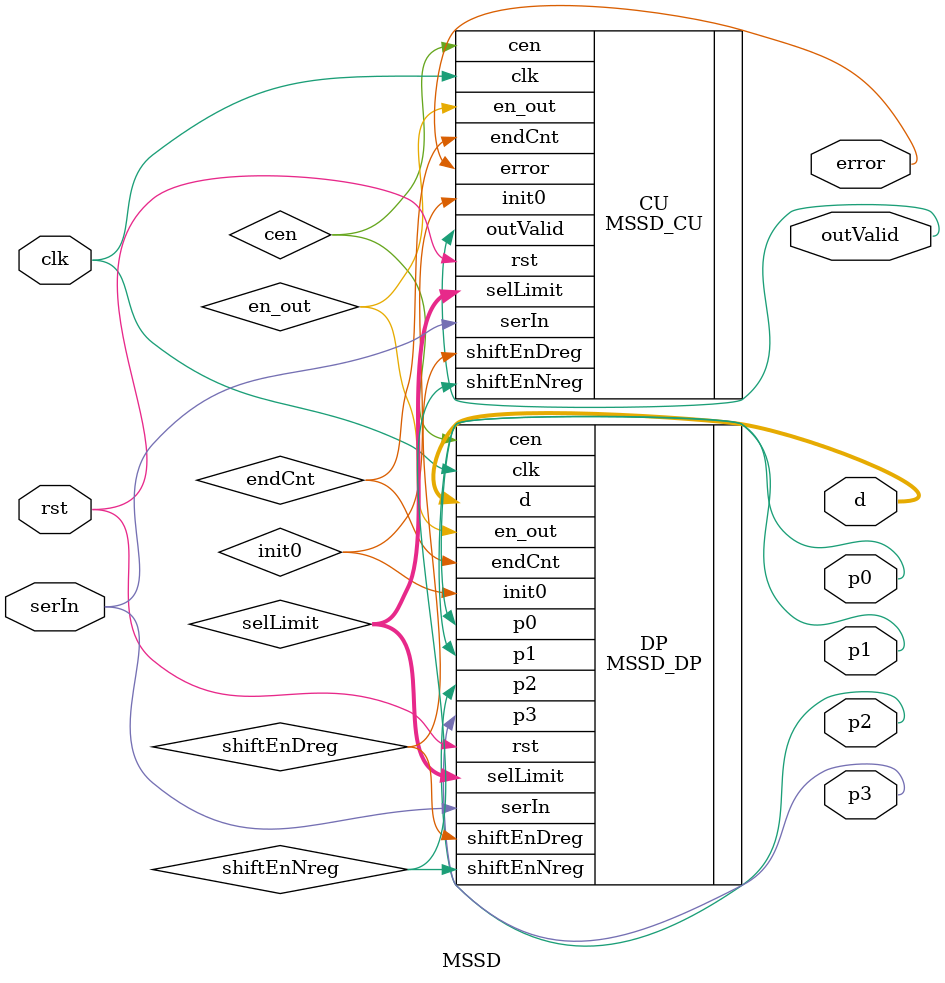
<source format=v>
module MSSD(

	input clk,
	input rst,
	input serIn,
	
	output p0,
	output p1,
	output p2,
	output p3,
	
	output [1:0] d,
	
	output error,
	output outValid
	
);
	wire shiftEnDreg;
	wire shiftEnNreg;
	wire [1:0] selLimit;
	wire init0;
	wire cen;
	wire endCnt;
	wire en_out;
	
	
	MSSD_DP DP(
		.clk(clk),
		.rst(rst),
		.serIn(serIn),
		.p0(p0),
		.p1(p1),
		.p2(p2),
		.p3(p3),
		.d(d),
		.en_out(en_out),
		.shiftEnDreg(shiftEnDreg),
		.shiftEnNreg(shiftEnNreg),
		.selLimit(selLimit),
		.init0(init0),
		.cen(cen),
		.endCnt(endCnt)
	);
	
	
	MSSD_CU CU(
		.clk(clk),
		.rst(rst),
		.serIn(serIn),
		.error(error),
		.outValid(outValid),
		.shiftEnDreg(shiftEnDreg),
		.shiftEnNreg(shiftEnNreg),
		.selLimit(selLimit),
		.init0(init0),
		.cen(cen),
		.en_out(en_out),
		.endCnt(endCnt)
	);


endmodule

</source>
